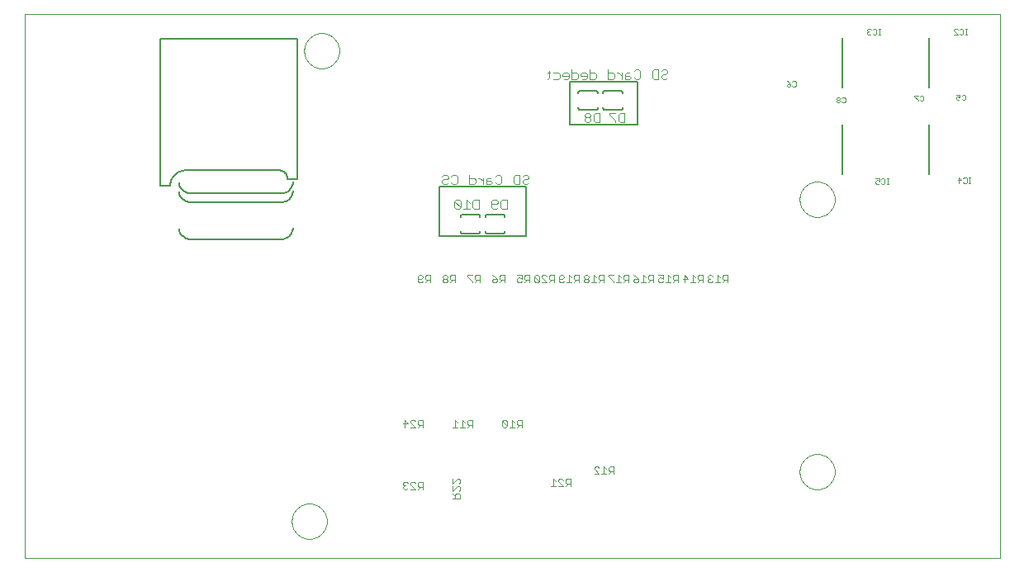
<source format=gbo>
G75*
G70*
%OFA0B0*%
%FSLAX24Y24*%
%IPPOS*%
%LPD*%
%AMOC8*
5,1,8,0,0,1.08239X$1,22.5*
%
%ADD10C,0.0000*%
%ADD11C,0.0080*%
%ADD12C,0.0030*%
%ADD13C,0.0050*%
%ADD14C,0.0020*%
D10*
X001500Y003413D02*
X001500Y025409D01*
X040870Y025409D01*
X040870Y003413D01*
X001500Y003413D01*
X012291Y004913D02*
X012293Y004966D01*
X012299Y005019D01*
X012309Y005071D01*
X012322Y005122D01*
X012340Y005172D01*
X012361Y005221D01*
X012386Y005268D01*
X012414Y005312D01*
X012446Y005355D01*
X012480Y005395D01*
X012518Y005433D01*
X012558Y005467D01*
X012601Y005499D01*
X012646Y005527D01*
X012692Y005552D01*
X012741Y005573D01*
X012791Y005591D01*
X012842Y005604D01*
X012894Y005614D01*
X012947Y005620D01*
X013000Y005622D01*
X013053Y005620D01*
X013106Y005614D01*
X013158Y005604D01*
X013209Y005591D01*
X013259Y005573D01*
X013308Y005552D01*
X013355Y005527D01*
X013399Y005499D01*
X013442Y005467D01*
X013482Y005433D01*
X013520Y005395D01*
X013554Y005355D01*
X013586Y005312D01*
X013614Y005267D01*
X013639Y005221D01*
X013660Y005172D01*
X013678Y005122D01*
X013691Y005071D01*
X013701Y005019D01*
X013707Y004966D01*
X013709Y004913D01*
X013707Y004860D01*
X013701Y004807D01*
X013691Y004755D01*
X013678Y004704D01*
X013660Y004654D01*
X013639Y004605D01*
X013614Y004558D01*
X013586Y004514D01*
X013554Y004471D01*
X013520Y004431D01*
X013482Y004393D01*
X013442Y004359D01*
X013399Y004327D01*
X013354Y004299D01*
X013308Y004274D01*
X013259Y004253D01*
X013209Y004235D01*
X013158Y004222D01*
X013106Y004212D01*
X013053Y004206D01*
X013000Y004204D01*
X012947Y004206D01*
X012894Y004212D01*
X012842Y004222D01*
X012791Y004235D01*
X012741Y004253D01*
X012692Y004274D01*
X012645Y004299D01*
X012601Y004327D01*
X012558Y004359D01*
X012518Y004393D01*
X012480Y004431D01*
X012446Y004471D01*
X012414Y004514D01*
X012386Y004559D01*
X012361Y004605D01*
X012340Y004654D01*
X012322Y004704D01*
X012309Y004755D01*
X012299Y004807D01*
X012293Y004860D01*
X012291Y004913D01*
X032791Y006913D02*
X032793Y006966D01*
X032799Y007019D01*
X032809Y007071D01*
X032822Y007122D01*
X032840Y007172D01*
X032861Y007221D01*
X032886Y007268D01*
X032914Y007312D01*
X032946Y007355D01*
X032980Y007395D01*
X033018Y007433D01*
X033058Y007467D01*
X033101Y007499D01*
X033146Y007527D01*
X033192Y007552D01*
X033241Y007573D01*
X033291Y007591D01*
X033342Y007604D01*
X033394Y007614D01*
X033447Y007620D01*
X033500Y007622D01*
X033553Y007620D01*
X033606Y007614D01*
X033658Y007604D01*
X033709Y007591D01*
X033759Y007573D01*
X033808Y007552D01*
X033855Y007527D01*
X033899Y007499D01*
X033942Y007467D01*
X033982Y007433D01*
X034020Y007395D01*
X034054Y007355D01*
X034086Y007312D01*
X034114Y007267D01*
X034139Y007221D01*
X034160Y007172D01*
X034178Y007122D01*
X034191Y007071D01*
X034201Y007019D01*
X034207Y006966D01*
X034209Y006913D01*
X034207Y006860D01*
X034201Y006807D01*
X034191Y006755D01*
X034178Y006704D01*
X034160Y006654D01*
X034139Y006605D01*
X034114Y006558D01*
X034086Y006514D01*
X034054Y006471D01*
X034020Y006431D01*
X033982Y006393D01*
X033942Y006359D01*
X033899Y006327D01*
X033854Y006299D01*
X033808Y006274D01*
X033759Y006253D01*
X033709Y006235D01*
X033658Y006222D01*
X033606Y006212D01*
X033553Y006206D01*
X033500Y006204D01*
X033447Y006206D01*
X033394Y006212D01*
X033342Y006222D01*
X033291Y006235D01*
X033241Y006253D01*
X033192Y006274D01*
X033145Y006299D01*
X033101Y006327D01*
X033058Y006359D01*
X033018Y006393D01*
X032980Y006431D01*
X032946Y006471D01*
X032914Y006514D01*
X032886Y006559D01*
X032861Y006605D01*
X032840Y006654D01*
X032822Y006704D01*
X032809Y006755D01*
X032799Y006807D01*
X032793Y006860D01*
X032791Y006913D01*
X032791Y017913D02*
X032793Y017966D01*
X032799Y018019D01*
X032809Y018071D01*
X032822Y018122D01*
X032840Y018172D01*
X032861Y018221D01*
X032886Y018268D01*
X032914Y018312D01*
X032946Y018355D01*
X032980Y018395D01*
X033018Y018433D01*
X033058Y018467D01*
X033101Y018499D01*
X033146Y018527D01*
X033192Y018552D01*
X033241Y018573D01*
X033291Y018591D01*
X033342Y018604D01*
X033394Y018614D01*
X033447Y018620D01*
X033500Y018622D01*
X033553Y018620D01*
X033606Y018614D01*
X033658Y018604D01*
X033709Y018591D01*
X033759Y018573D01*
X033808Y018552D01*
X033855Y018527D01*
X033899Y018499D01*
X033942Y018467D01*
X033982Y018433D01*
X034020Y018395D01*
X034054Y018355D01*
X034086Y018312D01*
X034114Y018267D01*
X034139Y018221D01*
X034160Y018172D01*
X034178Y018122D01*
X034191Y018071D01*
X034201Y018019D01*
X034207Y017966D01*
X034209Y017913D01*
X034207Y017860D01*
X034201Y017807D01*
X034191Y017755D01*
X034178Y017704D01*
X034160Y017654D01*
X034139Y017605D01*
X034114Y017558D01*
X034086Y017514D01*
X034054Y017471D01*
X034020Y017431D01*
X033982Y017393D01*
X033942Y017359D01*
X033899Y017327D01*
X033854Y017299D01*
X033808Y017274D01*
X033759Y017253D01*
X033709Y017235D01*
X033658Y017222D01*
X033606Y017212D01*
X033553Y017206D01*
X033500Y017204D01*
X033447Y017206D01*
X033394Y017212D01*
X033342Y017222D01*
X033291Y017235D01*
X033241Y017253D01*
X033192Y017274D01*
X033145Y017299D01*
X033101Y017327D01*
X033058Y017359D01*
X033018Y017393D01*
X032980Y017431D01*
X032946Y017471D01*
X032914Y017514D01*
X032886Y017559D01*
X032861Y017605D01*
X032840Y017654D01*
X032822Y017704D01*
X032809Y017755D01*
X032799Y017807D01*
X032793Y017860D01*
X032791Y017913D01*
X012791Y023913D02*
X012793Y023966D01*
X012799Y024019D01*
X012809Y024071D01*
X012822Y024122D01*
X012840Y024172D01*
X012861Y024221D01*
X012886Y024268D01*
X012914Y024312D01*
X012946Y024355D01*
X012980Y024395D01*
X013018Y024433D01*
X013058Y024467D01*
X013101Y024499D01*
X013146Y024527D01*
X013192Y024552D01*
X013241Y024573D01*
X013291Y024591D01*
X013342Y024604D01*
X013394Y024614D01*
X013447Y024620D01*
X013500Y024622D01*
X013553Y024620D01*
X013606Y024614D01*
X013658Y024604D01*
X013709Y024591D01*
X013759Y024573D01*
X013808Y024552D01*
X013855Y024527D01*
X013899Y024499D01*
X013942Y024467D01*
X013982Y024433D01*
X014020Y024395D01*
X014054Y024355D01*
X014086Y024312D01*
X014114Y024267D01*
X014139Y024221D01*
X014160Y024172D01*
X014178Y024122D01*
X014191Y024071D01*
X014201Y024019D01*
X014207Y023966D01*
X014209Y023913D01*
X014207Y023860D01*
X014201Y023807D01*
X014191Y023755D01*
X014178Y023704D01*
X014160Y023654D01*
X014139Y023605D01*
X014114Y023558D01*
X014086Y023514D01*
X014054Y023471D01*
X014020Y023431D01*
X013982Y023393D01*
X013942Y023359D01*
X013899Y023327D01*
X013854Y023299D01*
X013808Y023274D01*
X013759Y023253D01*
X013709Y023235D01*
X013658Y023222D01*
X013606Y023212D01*
X013553Y023206D01*
X013500Y023204D01*
X013447Y023206D01*
X013394Y023212D01*
X013342Y023222D01*
X013291Y023235D01*
X013241Y023253D01*
X013192Y023274D01*
X013145Y023299D01*
X013101Y023327D01*
X013058Y023359D01*
X013018Y023393D01*
X012980Y023431D01*
X012946Y023471D01*
X012914Y023514D01*
X012886Y023559D01*
X012861Y023605D01*
X012840Y023654D01*
X012822Y023704D01*
X012809Y023755D01*
X012799Y023807D01*
X012793Y023860D01*
X012791Y023913D01*
D11*
X018250Y018413D02*
X018250Y016413D01*
X021750Y016413D01*
X021750Y018413D01*
X018250Y018413D01*
X019185Y017307D02*
X019815Y017307D01*
X019815Y017306D02*
X019831Y017301D01*
X019847Y017293D01*
X019861Y017283D01*
X019873Y017271D01*
X019883Y017256D01*
X019890Y017240D01*
X019894Y017223D01*
X019895Y017206D01*
X019893Y017188D01*
X020107Y017188D02*
X020105Y017206D01*
X020106Y017223D01*
X020110Y017240D01*
X020117Y017256D01*
X020127Y017271D01*
X020139Y017283D01*
X020153Y017293D01*
X020169Y017301D01*
X020185Y017306D01*
X020185Y017307D02*
X020815Y017307D01*
X020815Y017306D02*
X020831Y017301D01*
X020847Y017293D01*
X020861Y017283D01*
X020873Y017271D01*
X020883Y017256D01*
X020890Y017240D01*
X020894Y017223D01*
X020895Y017206D01*
X020893Y017188D01*
X020893Y016638D02*
X020895Y016620D01*
X020894Y016603D01*
X020890Y016586D01*
X020883Y016570D01*
X020873Y016555D01*
X020861Y016543D01*
X020847Y016533D01*
X020831Y016525D01*
X020815Y016520D01*
X020815Y016519D02*
X020185Y016519D01*
X020185Y016520D02*
X020169Y016525D01*
X020153Y016533D01*
X020139Y016543D01*
X020127Y016555D01*
X020117Y016570D01*
X020110Y016586D01*
X020106Y016603D01*
X020105Y016620D01*
X020107Y016638D01*
X019893Y016638D02*
X019895Y016620D01*
X019894Y016603D01*
X019890Y016586D01*
X019883Y016570D01*
X019873Y016555D01*
X019861Y016543D01*
X019847Y016533D01*
X019831Y016525D01*
X019815Y016520D01*
X019815Y016519D02*
X019185Y016519D01*
X019185Y016520D02*
X019169Y016525D01*
X019153Y016533D01*
X019139Y016543D01*
X019127Y016555D01*
X019117Y016570D01*
X019110Y016586D01*
X019106Y016603D01*
X019105Y016620D01*
X019107Y016638D01*
X019107Y017188D02*
X019105Y017206D01*
X019106Y017223D01*
X019110Y017240D01*
X019117Y017256D01*
X019127Y017271D01*
X019139Y017283D01*
X019153Y017293D01*
X019169Y017301D01*
X019185Y017306D01*
X023500Y020913D02*
X026250Y020913D01*
X026250Y022663D01*
X023500Y022663D01*
X023500Y020913D01*
X023935Y021519D02*
X024565Y021519D01*
X024565Y021520D02*
X024581Y021525D01*
X024597Y021533D01*
X024611Y021543D01*
X024623Y021555D01*
X024633Y021570D01*
X024640Y021586D01*
X024644Y021603D01*
X024645Y021620D01*
X024643Y021638D01*
X024857Y021638D02*
X024855Y021620D01*
X024856Y021603D01*
X024860Y021586D01*
X024867Y021570D01*
X024877Y021555D01*
X024889Y021543D01*
X024903Y021533D01*
X024919Y021525D01*
X024935Y021520D01*
X024935Y021519D02*
X025565Y021519D01*
X025565Y021520D02*
X025581Y021525D01*
X025597Y021533D01*
X025611Y021543D01*
X025623Y021555D01*
X025633Y021570D01*
X025640Y021586D01*
X025644Y021603D01*
X025645Y021620D01*
X025643Y021638D01*
X025643Y022188D02*
X025645Y022206D01*
X025644Y022223D01*
X025640Y022240D01*
X025633Y022256D01*
X025623Y022271D01*
X025611Y022283D01*
X025597Y022293D01*
X025581Y022301D01*
X025565Y022306D01*
X025565Y022307D02*
X024935Y022307D01*
X024935Y022306D02*
X024919Y022301D01*
X024903Y022293D01*
X024889Y022283D01*
X024877Y022271D01*
X024867Y022256D01*
X024860Y022240D01*
X024856Y022223D01*
X024855Y022206D01*
X024857Y022188D01*
X024643Y022188D02*
X024645Y022206D01*
X024644Y022223D01*
X024640Y022240D01*
X024633Y022256D01*
X024623Y022271D01*
X024611Y022283D01*
X024597Y022293D01*
X024581Y022301D01*
X024565Y022306D01*
X024565Y022307D02*
X023935Y022307D01*
X023935Y022306D02*
X023919Y022301D01*
X023903Y022293D01*
X023889Y022283D01*
X023877Y022271D01*
X023867Y022256D01*
X023860Y022240D01*
X023856Y022223D01*
X023855Y022206D01*
X023857Y022188D01*
X023857Y021638D02*
X023855Y021620D01*
X023856Y021603D01*
X023860Y021586D01*
X023867Y021570D01*
X023877Y021555D01*
X023889Y021543D01*
X023903Y021533D01*
X023919Y021525D01*
X023935Y021520D01*
X034500Y020913D02*
X034500Y018913D01*
X038000Y018913D02*
X038000Y020913D01*
X038000Y022413D02*
X038000Y024413D01*
X034500Y024413D02*
X034500Y022413D01*
D12*
X027457Y022840D02*
X027396Y022778D01*
X027272Y022778D01*
X027210Y022840D01*
X027210Y022901D01*
X027272Y022963D01*
X027396Y022963D01*
X027457Y023025D01*
X027457Y023087D01*
X027396Y023148D01*
X027272Y023148D01*
X027210Y023087D01*
X027089Y023148D02*
X027089Y022778D01*
X026904Y022778D01*
X026842Y022840D01*
X026842Y023087D01*
X026904Y023148D01*
X027089Y023148D01*
X026352Y023087D02*
X026352Y022840D01*
X026291Y022778D01*
X026167Y022778D01*
X026105Y022840D01*
X025984Y022840D02*
X025922Y022901D01*
X025737Y022901D01*
X025737Y022963D02*
X025737Y022778D01*
X025922Y022778D01*
X025984Y022840D01*
X025922Y023025D02*
X025799Y023025D01*
X025737Y022963D01*
X025616Y022901D02*
X025492Y023025D01*
X025431Y023025D01*
X025309Y022963D02*
X025247Y023025D01*
X025062Y023025D01*
X025062Y023148D02*
X025062Y022778D01*
X025247Y022778D01*
X025309Y022840D01*
X025309Y022963D01*
X025616Y023025D02*
X025616Y022778D01*
X026105Y023087D02*
X026167Y023148D01*
X026291Y023148D01*
X026352Y023087D01*
X024572Y022963D02*
X024510Y023025D01*
X024325Y023025D01*
X024325Y023148D02*
X024325Y022778D01*
X024510Y022778D01*
X024572Y022840D01*
X024572Y022963D01*
X024204Y022963D02*
X024142Y023025D01*
X024019Y023025D01*
X023957Y022963D01*
X023957Y022901D01*
X024204Y022901D01*
X024204Y022840D02*
X024204Y022963D01*
X024204Y022840D02*
X024142Y022778D01*
X024019Y022778D01*
X023835Y022840D02*
X023835Y022963D01*
X023774Y023025D01*
X023589Y023025D01*
X023589Y023148D02*
X023589Y022778D01*
X023774Y022778D01*
X023835Y022840D01*
X023467Y022840D02*
X023467Y022963D01*
X023405Y023025D01*
X023282Y023025D01*
X023220Y022963D01*
X023220Y022901D01*
X023467Y022901D01*
X023467Y022840D02*
X023405Y022778D01*
X023282Y022778D01*
X023099Y022840D02*
X023037Y022778D01*
X022852Y022778D01*
X022669Y022840D02*
X022607Y022778D01*
X022669Y022840D02*
X022669Y023087D01*
X022731Y023025D02*
X022607Y023025D01*
X022852Y023025D02*
X023037Y023025D01*
X023099Y022963D01*
X023099Y022840D01*
X024168Y021398D02*
X024106Y021337D01*
X024106Y021275D01*
X024168Y021213D01*
X024292Y021213D01*
X024353Y021275D01*
X024353Y021337D01*
X024292Y021398D01*
X024168Y021398D01*
X024168Y021213D02*
X024106Y021151D01*
X024106Y021090D01*
X024168Y021028D01*
X024292Y021028D01*
X024353Y021090D01*
X024353Y021151D01*
X024292Y021213D01*
X024475Y021090D02*
X024475Y021337D01*
X024536Y021398D01*
X024722Y021398D01*
X024722Y021028D01*
X024536Y021028D01*
X024475Y021090D01*
X025106Y021337D02*
X025353Y021090D01*
X025353Y021028D01*
X025475Y021090D02*
X025475Y021337D01*
X025536Y021398D01*
X025722Y021398D01*
X025722Y021028D01*
X025536Y021028D01*
X025475Y021090D01*
X025353Y021398D02*
X025106Y021398D01*
X025106Y021337D01*
X021857Y018837D02*
X021857Y018775D01*
X021795Y018713D01*
X021672Y018713D01*
X021610Y018651D01*
X021610Y018590D01*
X021672Y018528D01*
X021795Y018528D01*
X021857Y018590D01*
X021857Y018837D02*
X021795Y018898D01*
X021672Y018898D01*
X021610Y018837D01*
X021488Y018898D02*
X021303Y018898D01*
X021242Y018837D01*
X021242Y018590D01*
X021303Y018528D01*
X021488Y018528D01*
X021488Y018898D01*
X020752Y018837D02*
X020752Y018590D01*
X020690Y018528D01*
X020567Y018528D01*
X020505Y018590D01*
X020384Y018590D02*
X020322Y018651D01*
X020137Y018651D01*
X020137Y018713D02*
X020137Y018528D01*
X020322Y018528D01*
X020384Y018590D01*
X020322Y018775D02*
X020198Y018775D01*
X020137Y018713D01*
X020015Y018651D02*
X019892Y018775D01*
X019830Y018775D01*
X019708Y018713D02*
X019647Y018775D01*
X019461Y018775D01*
X019461Y018898D02*
X019461Y018528D01*
X019647Y018528D01*
X019708Y018590D01*
X019708Y018713D01*
X020015Y018775D02*
X020015Y018528D01*
X020505Y018837D02*
X020567Y018898D01*
X020690Y018898D01*
X020752Y018837D01*
X020786Y017898D02*
X020972Y017898D01*
X020972Y017528D01*
X020786Y017528D01*
X020725Y017590D01*
X020725Y017837D01*
X020786Y017898D01*
X020603Y017837D02*
X020603Y017775D01*
X020542Y017713D01*
X020356Y017713D01*
X020356Y017590D02*
X020356Y017837D01*
X020418Y017898D01*
X020542Y017898D01*
X020603Y017837D01*
X020603Y017590D02*
X020542Y017528D01*
X020418Y017528D01*
X020356Y017590D01*
X019840Y017528D02*
X019840Y017898D01*
X019655Y017898D01*
X019593Y017837D01*
X019593Y017590D01*
X019655Y017528D01*
X019840Y017528D01*
X019472Y017528D02*
X019225Y017528D01*
X019348Y017528D02*
X019348Y017898D01*
X019472Y017775D01*
X019103Y017837D02*
X019042Y017898D01*
X018918Y017898D01*
X018856Y017837D01*
X019103Y017590D01*
X019042Y017528D01*
X018918Y017528D01*
X018856Y017590D01*
X018856Y017837D01*
X019103Y017837D02*
X019103Y017590D01*
X018910Y018528D02*
X018786Y018528D01*
X018725Y018590D01*
X018603Y018590D02*
X018542Y018528D01*
X018418Y018528D01*
X018356Y018590D01*
X018356Y018651D01*
X018418Y018713D01*
X018542Y018713D01*
X018603Y018775D01*
X018603Y018837D01*
X018542Y018898D01*
X018418Y018898D01*
X018356Y018837D01*
X018725Y018837D02*
X018786Y018898D01*
X018910Y018898D01*
X018972Y018837D01*
X018972Y018590D01*
X018910Y018528D01*
X018874Y014848D02*
X018729Y014848D01*
X018681Y014800D01*
X018681Y014703D01*
X018729Y014655D01*
X018874Y014655D01*
X018778Y014655D02*
X018681Y014558D01*
X018580Y014606D02*
X018580Y014655D01*
X018531Y014703D01*
X018435Y014703D01*
X018386Y014655D01*
X018386Y014606D01*
X018435Y014558D01*
X018531Y014558D01*
X018580Y014606D01*
X018531Y014703D02*
X018580Y014751D01*
X018580Y014800D01*
X018531Y014848D01*
X018435Y014848D01*
X018386Y014800D01*
X018386Y014751D01*
X018435Y014703D01*
X018874Y014558D02*
X018874Y014848D01*
X019386Y014848D02*
X019386Y014800D01*
X019580Y014606D01*
X019580Y014558D01*
X019681Y014558D02*
X019778Y014655D01*
X019729Y014655D02*
X019874Y014655D01*
X019874Y014558D02*
X019874Y014848D01*
X019729Y014848D01*
X019681Y014800D01*
X019681Y014703D01*
X019729Y014655D01*
X019580Y014848D02*
X019386Y014848D01*
X020386Y014848D02*
X020483Y014800D01*
X020580Y014703D01*
X020435Y014703D01*
X020386Y014655D01*
X020386Y014606D01*
X020435Y014558D01*
X020531Y014558D01*
X020580Y014606D01*
X020580Y014703D01*
X020681Y014703D02*
X020729Y014655D01*
X020874Y014655D01*
X020778Y014655D02*
X020681Y014558D01*
X020681Y014703D02*
X020681Y014800D01*
X020729Y014848D01*
X020874Y014848D01*
X020874Y014558D01*
X021386Y014606D02*
X021435Y014558D01*
X021531Y014558D01*
X021580Y014606D01*
X021580Y014703D02*
X021483Y014751D01*
X021435Y014751D01*
X021386Y014703D01*
X021386Y014606D01*
X021580Y014703D02*
X021580Y014848D01*
X021386Y014848D01*
X021681Y014800D02*
X021681Y014703D01*
X021729Y014655D01*
X021874Y014655D01*
X021778Y014655D02*
X021681Y014558D01*
X021874Y014558D02*
X021874Y014848D01*
X021729Y014848D01*
X021681Y014800D01*
X022086Y014800D02*
X022280Y014606D01*
X022231Y014558D01*
X022135Y014558D01*
X022086Y014606D01*
X022086Y014800D01*
X022135Y014848D01*
X022231Y014848D01*
X022280Y014800D01*
X022280Y014606D01*
X022381Y014558D02*
X022574Y014558D01*
X022381Y014751D01*
X022381Y014800D01*
X022429Y014848D01*
X022526Y014848D01*
X022574Y014800D01*
X022675Y014800D02*
X022675Y014703D01*
X022724Y014655D01*
X022869Y014655D01*
X022772Y014655D02*
X022675Y014558D01*
X022869Y014558D02*
X022869Y014848D01*
X022724Y014848D01*
X022675Y014800D01*
X023086Y014800D02*
X023135Y014848D01*
X023231Y014848D01*
X023280Y014800D01*
X023280Y014751D01*
X023231Y014703D01*
X023086Y014703D01*
X023086Y014606D02*
X023086Y014800D01*
X023086Y014606D02*
X023135Y014558D01*
X023231Y014558D01*
X023280Y014606D01*
X023381Y014558D02*
X023574Y014558D01*
X023478Y014558D02*
X023478Y014848D01*
X023574Y014751D01*
X023675Y014703D02*
X023724Y014655D01*
X023869Y014655D01*
X023772Y014655D02*
X023675Y014558D01*
X023675Y014703D02*
X023675Y014800D01*
X023724Y014848D01*
X023869Y014848D01*
X023869Y014558D01*
X024086Y014606D02*
X024135Y014558D01*
X024231Y014558D01*
X024280Y014606D01*
X024280Y014655D01*
X024231Y014703D01*
X024135Y014703D01*
X024086Y014655D01*
X024086Y014606D01*
X024135Y014703D02*
X024086Y014751D01*
X024086Y014800D01*
X024135Y014848D01*
X024231Y014848D01*
X024280Y014800D01*
X024280Y014751D01*
X024231Y014703D01*
X024381Y014558D02*
X024574Y014558D01*
X024478Y014558D02*
X024478Y014848D01*
X024574Y014751D01*
X024675Y014703D02*
X024724Y014655D01*
X024869Y014655D01*
X024772Y014655D02*
X024675Y014558D01*
X024675Y014703D02*
X024675Y014800D01*
X024724Y014848D01*
X024869Y014848D01*
X024869Y014558D01*
X025086Y014800D02*
X025280Y014606D01*
X025280Y014558D01*
X025381Y014558D02*
X025574Y014558D01*
X025478Y014558D02*
X025478Y014848D01*
X025574Y014751D01*
X025675Y014703D02*
X025724Y014655D01*
X025869Y014655D01*
X025772Y014655D02*
X025675Y014558D01*
X025675Y014703D02*
X025675Y014800D01*
X025724Y014848D01*
X025869Y014848D01*
X025869Y014558D01*
X026086Y014606D02*
X026086Y014655D01*
X026135Y014703D01*
X026280Y014703D01*
X026280Y014606D01*
X026231Y014558D01*
X026135Y014558D01*
X026086Y014606D01*
X026183Y014800D02*
X026280Y014703D01*
X026183Y014800D02*
X026086Y014848D01*
X026478Y014848D02*
X026478Y014558D01*
X026574Y014558D02*
X026381Y014558D01*
X026574Y014751D02*
X026478Y014848D01*
X026675Y014800D02*
X026675Y014703D01*
X026724Y014655D01*
X026869Y014655D01*
X026772Y014655D02*
X026675Y014558D01*
X026869Y014558D02*
X026869Y014848D01*
X026724Y014848D01*
X026675Y014800D01*
X027086Y014848D02*
X027280Y014848D01*
X027280Y014703D01*
X027183Y014751D01*
X027135Y014751D01*
X027086Y014703D01*
X027086Y014606D01*
X027135Y014558D01*
X027231Y014558D01*
X027280Y014606D01*
X027381Y014558D02*
X027574Y014558D01*
X027478Y014558D02*
X027478Y014848D01*
X027574Y014751D01*
X027675Y014703D02*
X027724Y014655D01*
X027869Y014655D01*
X027772Y014655D02*
X027675Y014558D01*
X027675Y014703D02*
X027675Y014800D01*
X027724Y014848D01*
X027869Y014848D01*
X027869Y014558D01*
X028086Y014703D02*
X028280Y014703D01*
X028135Y014848D01*
X028135Y014558D01*
X028381Y014558D02*
X028574Y014558D01*
X028478Y014558D02*
X028478Y014848D01*
X028574Y014751D01*
X028675Y014703D02*
X028724Y014655D01*
X028869Y014655D01*
X028772Y014655D02*
X028675Y014558D01*
X028675Y014703D02*
X028675Y014800D01*
X028724Y014848D01*
X028869Y014848D01*
X028869Y014558D01*
X029086Y014606D02*
X029135Y014558D01*
X029231Y014558D01*
X029280Y014606D01*
X029381Y014558D02*
X029574Y014558D01*
X029478Y014558D02*
X029478Y014848D01*
X029574Y014751D01*
X029675Y014703D02*
X029724Y014655D01*
X029869Y014655D01*
X029772Y014655D02*
X029675Y014558D01*
X029675Y014703D02*
X029675Y014800D01*
X029724Y014848D01*
X029869Y014848D01*
X029869Y014558D01*
X029280Y014800D02*
X029231Y014848D01*
X029135Y014848D01*
X029086Y014800D01*
X029086Y014751D01*
X029135Y014703D01*
X029086Y014655D01*
X029086Y014606D01*
X029135Y014703D02*
X029183Y014703D01*
X025280Y014848D02*
X025086Y014848D01*
X025086Y014800D01*
X017874Y014848D02*
X017729Y014848D01*
X017681Y014800D01*
X017681Y014703D01*
X017729Y014655D01*
X017874Y014655D01*
X017778Y014655D02*
X017681Y014558D01*
X017580Y014606D02*
X017531Y014558D01*
X017435Y014558D01*
X017386Y014606D01*
X017386Y014800D01*
X017435Y014848D01*
X017531Y014848D01*
X017580Y014800D01*
X017580Y014751D01*
X017531Y014703D01*
X017386Y014703D01*
X017874Y014558D02*
X017874Y014848D01*
X017569Y008998D02*
X017424Y008998D01*
X017375Y008950D01*
X017375Y008853D01*
X017424Y008805D01*
X017569Y008805D01*
X017472Y008805D02*
X017375Y008708D01*
X017274Y008708D02*
X017081Y008901D01*
X017081Y008950D01*
X017129Y008998D01*
X017226Y008998D01*
X017274Y008950D01*
X017274Y008708D02*
X017081Y008708D01*
X016980Y008853D02*
X016786Y008853D01*
X016835Y008708D02*
X016835Y008998D01*
X016980Y008853D01*
X017569Y008708D02*
X017569Y008998D01*
X018786Y008708D02*
X018980Y008708D01*
X018883Y008708D02*
X018883Y008998D01*
X018980Y008901D01*
X019081Y008708D02*
X019274Y008708D01*
X019178Y008708D02*
X019178Y008998D01*
X019274Y008901D01*
X019375Y008853D02*
X019375Y008950D01*
X019424Y008998D01*
X019569Y008998D01*
X019569Y008708D01*
X019569Y008805D02*
X019424Y008805D01*
X019375Y008853D01*
X019472Y008805D02*
X019375Y008708D01*
X020786Y008756D02*
X020835Y008708D01*
X020931Y008708D01*
X020980Y008756D01*
X020786Y008950D01*
X020786Y008756D01*
X020980Y008756D02*
X020980Y008950D01*
X020931Y008998D01*
X020835Y008998D01*
X020786Y008950D01*
X021081Y008708D02*
X021274Y008708D01*
X021178Y008708D02*
X021178Y008998D01*
X021274Y008901D01*
X021375Y008853D02*
X021375Y008950D01*
X021424Y008998D01*
X021569Y008998D01*
X021569Y008708D01*
X021569Y008805D02*
X021424Y008805D01*
X021375Y008853D01*
X021472Y008805D02*
X021375Y008708D01*
X024502Y007070D02*
X024551Y007118D01*
X024647Y007118D01*
X024696Y007070D01*
X024502Y007070D02*
X024502Y007021D01*
X024696Y006828D01*
X024502Y006828D01*
X024797Y006828D02*
X024990Y006828D01*
X024894Y006828D02*
X024894Y007118D01*
X024990Y007021D01*
X025092Y006973D02*
X025140Y006925D01*
X025285Y006925D01*
X025188Y006925D02*
X025092Y006828D01*
X025092Y006973D02*
X025092Y007070D01*
X025140Y007118D01*
X025285Y007118D01*
X025285Y006828D01*
X023535Y006618D02*
X023535Y006328D01*
X023535Y006425D02*
X023390Y006425D01*
X023342Y006473D01*
X023342Y006570D01*
X023390Y006618D01*
X023535Y006618D01*
X023438Y006425D02*
X023342Y006328D01*
X023240Y006328D02*
X023047Y006521D01*
X023047Y006570D01*
X023095Y006618D01*
X023192Y006618D01*
X023240Y006570D01*
X023240Y006328D02*
X023047Y006328D01*
X022946Y006328D02*
X022752Y006328D01*
X022849Y006328D02*
X022849Y006618D01*
X022946Y006521D01*
X019085Y006482D02*
X019037Y006433D01*
X019085Y006482D02*
X019085Y006578D01*
X019037Y006627D01*
X018988Y006627D01*
X018795Y006433D01*
X018795Y006627D01*
X018795Y006332D02*
X018795Y006139D01*
X018988Y006332D01*
X019037Y006332D01*
X019085Y006284D01*
X019085Y006187D01*
X019037Y006139D01*
X019037Y006038D02*
X018940Y006038D01*
X018892Y005989D01*
X018892Y005844D01*
X018892Y005941D02*
X018795Y006038D01*
X018795Y005844D02*
X019085Y005844D01*
X019085Y005989D01*
X019037Y006038D01*
X017569Y006208D02*
X017569Y006498D01*
X017424Y006498D01*
X017375Y006450D01*
X017375Y006353D01*
X017424Y006305D01*
X017569Y006305D01*
X017472Y006305D02*
X017375Y006208D01*
X017274Y006208D02*
X017081Y006401D01*
X017081Y006450D01*
X017129Y006498D01*
X017226Y006498D01*
X017274Y006450D01*
X017274Y006208D02*
X017081Y006208D01*
X016980Y006256D02*
X016931Y006208D01*
X016835Y006208D01*
X016786Y006256D01*
X016786Y006305D01*
X016835Y006353D01*
X016883Y006353D01*
X016835Y006353D02*
X016786Y006401D01*
X016786Y006450D01*
X016835Y006498D01*
X016931Y006498D01*
X016980Y006450D01*
D13*
X011870Y016303D02*
X008248Y016303D01*
X008207Y016301D01*
X008166Y016303D01*
X008125Y016309D01*
X008084Y016318D01*
X008045Y016330D01*
X008007Y016346D01*
X007970Y016365D01*
X007936Y016388D01*
X007903Y016413D01*
X007872Y016441D01*
X007845Y016472D01*
X007820Y016505D01*
X007798Y016540D01*
X007779Y016576D01*
X007763Y016615D01*
X007751Y016654D01*
X007742Y016695D01*
X007737Y016736D01*
X008248Y017799D02*
X011870Y017799D01*
X011870Y018153D02*
X008248Y018153D01*
X008248Y017799D02*
X008207Y017797D01*
X008166Y017799D01*
X008125Y017805D01*
X008084Y017814D01*
X008045Y017826D01*
X008007Y017842D01*
X007970Y017861D01*
X007936Y017884D01*
X007903Y017909D01*
X007872Y017937D01*
X007845Y017968D01*
X007820Y018001D01*
X007798Y018036D01*
X007779Y018072D01*
X007763Y018111D01*
X007751Y018150D01*
X007742Y018191D01*
X007737Y018232D01*
X007382Y018452D02*
X007384Y018501D01*
X007390Y018551D01*
X007399Y018599D01*
X007413Y018647D01*
X007430Y018693D01*
X007451Y018738D01*
X007475Y018781D01*
X007502Y018822D01*
X007533Y018861D01*
X007567Y018897D01*
X007603Y018931D01*
X007642Y018962D01*
X007683Y018989D01*
X007726Y019013D01*
X007771Y019034D01*
X007817Y019051D01*
X007865Y019065D01*
X007913Y019074D01*
X007963Y019080D01*
X008012Y019082D01*
X011831Y019082D01*
X011830Y019082D02*
X011863Y019076D01*
X011895Y019067D01*
X011926Y019054D01*
X011955Y019038D01*
X011982Y019020D01*
X012008Y018998D01*
X012031Y018974D01*
X012051Y018948D01*
X012069Y018920D01*
X012083Y018890D01*
X012094Y018859D01*
X012102Y018827D01*
X012107Y018794D01*
X012108Y018761D01*
X012106Y018728D01*
X012500Y018728D01*
X012500Y024397D01*
X006988Y024397D01*
X006988Y018452D01*
X007382Y018452D01*
X007737Y018587D02*
X007742Y018546D01*
X007751Y018505D01*
X007763Y018466D01*
X007779Y018427D01*
X007798Y018391D01*
X007820Y018356D01*
X007845Y018323D01*
X007872Y018292D01*
X007903Y018264D01*
X007936Y018239D01*
X007970Y018216D01*
X008007Y018197D01*
X008045Y018181D01*
X008084Y018169D01*
X008125Y018160D01*
X008166Y018154D01*
X008207Y018152D01*
X008248Y018154D01*
X011870Y017799D02*
X011911Y017801D01*
X011952Y017806D01*
X011992Y017815D01*
X012031Y017827D01*
X012069Y017843D01*
X012106Y017862D01*
X012141Y017884D01*
X012173Y017909D01*
X012204Y017937D01*
X012232Y017968D01*
X012257Y018000D01*
X012279Y018035D01*
X012298Y018072D01*
X012314Y018110D01*
X012326Y018149D01*
X012335Y018189D01*
X012340Y018230D01*
X012342Y018271D01*
X012342Y018626D02*
X012340Y018585D01*
X012335Y018544D01*
X012326Y018504D01*
X012314Y018465D01*
X012298Y018427D01*
X012279Y018390D01*
X012257Y018355D01*
X012232Y018323D01*
X012204Y018292D01*
X012173Y018264D01*
X012141Y018239D01*
X012106Y018217D01*
X012069Y018198D01*
X012031Y018182D01*
X011992Y018170D01*
X011952Y018161D01*
X011911Y018156D01*
X011870Y018154D01*
X012342Y016775D02*
X012340Y016734D01*
X012335Y016693D01*
X012326Y016653D01*
X012314Y016614D01*
X012298Y016576D01*
X012279Y016539D01*
X012257Y016504D01*
X012232Y016472D01*
X012204Y016441D01*
X012173Y016413D01*
X012141Y016388D01*
X012106Y016366D01*
X012069Y016347D01*
X012031Y016331D01*
X011992Y016319D01*
X011952Y016310D01*
X011911Y016305D01*
X011870Y016303D01*
D14*
X032266Y022504D02*
X032303Y022467D01*
X032376Y022467D01*
X032413Y022504D01*
X032413Y022578D01*
X032303Y022578D01*
X032266Y022541D01*
X032266Y022504D01*
X032339Y022651D02*
X032413Y022578D01*
X032339Y022651D02*
X032266Y022688D01*
X032487Y022651D02*
X032524Y022688D01*
X032597Y022688D01*
X032634Y022651D01*
X032634Y022504D01*
X032597Y022467D01*
X032524Y022467D01*
X032487Y022504D01*
X034266Y022001D02*
X034266Y021964D01*
X034303Y021928D01*
X034376Y021928D01*
X034413Y021964D01*
X034413Y022001D01*
X034376Y022038D01*
X034303Y022038D01*
X034266Y022001D01*
X034303Y021928D02*
X034266Y021891D01*
X034266Y021854D01*
X034303Y021817D01*
X034376Y021817D01*
X034413Y021854D01*
X034413Y021891D01*
X034376Y021928D01*
X034487Y022001D02*
X034524Y022038D01*
X034597Y022038D01*
X034634Y022001D01*
X034634Y021854D01*
X034597Y021817D01*
X034524Y021817D01*
X034487Y021854D01*
X037420Y022072D02*
X037567Y021925D01*
X037567Y021889D01*
X037641Y021925D02*
X037678Y021889D01*
X037752Y021889D01*
X037788Y021925D01*
X037788Y022072D01*
X037752Y022109D01*
X037678Y022109D01*
X037641Y022072D01*
X037567Y022109D02*
X037420Y022109D01*
X037420Y022072D01*
X039116Y022028D02*
X039116Y021954D01*
X039153Y021917D01*
X039226Y021917D01*
X039263Y021954D01*
X039263Y022028D02*
X039189Y022064D01*
X039153Y022064D01*
X039116Y022028D01*
X039116Y022138D02*
X039263Y022138D01*
X039263Y022028D01*
X039337Y022101D02*
X039374Y022138D01*
X039447Y022138D01*
X039484Y022101D01*
X039484Y021954D01*
X039447Y021917D01*
X039374Y021917D01*
X039337Y021954D01*
X039356Y024573D02*
X039283Y024573D01*
X039246Y024610D01*
X039172Y024573D02*
X039025Y024720D01*
X039025Y024756D01*
X039062Y024793D01*
X039135Y024793D01*
X039172Y024756D01*
X039246Y024756D02*
X039283Y024793D01*
X039356Y024793D01*
X039393Y024756D01*
X039393Y024610D01*
X039356Y024573D01*
X039467Y024573D02*
X039540Y024573D01*
X039503Y024573D02*
X039503Y024793D01*
X039467Y024793D02*
X039540Y024793D01*
X039172Y024573D02*
X039025Y024573D01*
X036040Y024573D02*
X035967Y024573D01*
X036003Y024573D02*
X036003Y024793D01*
X035967Y024793D02*
X036040Y024793D01*
X035893Y024756D02*
X035893Y024610D01*
X035856Y024573D01*
X035783Y024573D01*
X035746Y024610D01*
X035672Y024610D02*
X035635Y024573D01*
X035562Y024573D01*
X035525Y024610D01*
X035525Y024646D01*
X035562Y024683D01*
X035598Y024683D01*
X035562Y024683D02*
X035525Y024720D01*
X035525Y024756D01*
X035562Y024793D01*
X035635Y024793D01*
X035672Y024756D01*
X035746Y024756D02*
X035783Y024793D01*
X035856Y024793D01*
X035893Y024756D01*
X035864Y018753D02*
X036011Y018753D01*
X036011Y018643D01*
X035938Y018680D01*
X035901Y018680D01*
X035864Y018643D01*
X035864Y018570D01*
X035901Y018533D01*
X035974Y018533D01*
X036011Y018570D01*
X036085Y018570D02*
X036122Y018533D01*
X036195Y018533D01*
X036232Y018570D01*
X036232Y018716D01*
X036195Y018753D01*
X036122Y018753D01*
X036085Y018716D01*
X036306Y018753D02*
X036379Y018753D01*
X036343Y018753D02*
X036343Y018533D01*
X036379Y018533D02*
X036306Y018533D01*
X039175Y018683D02*
X039322Y018683D01*
X039212Y018793D01*
X039212Y018573D01*
X039396Y018610D02*
X039433Y018573D01*
X039506Y018573D01*
X039543Y018610D01*
X039543Y018756D01*
X039506Y018793D01*
X039433Y018793D01*
X039396Y018756D01*
X039617Y018793D02*
X039690Y018793D01*
X039653Y018793D02*
X039653Y018573D01*
X039617Y018573D02*
X039690Y018573D01*
M02*

</source>
